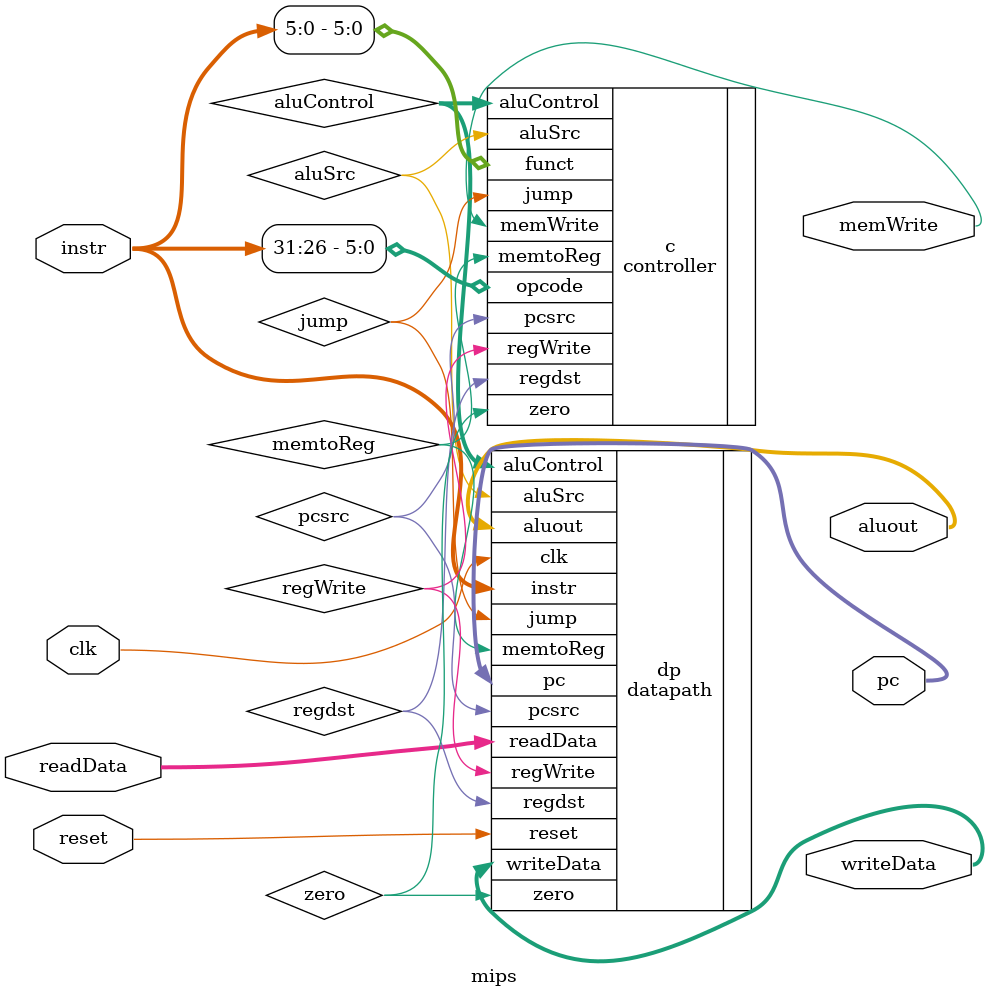
<source format=v>
module mips(
  input clk, reset,
  input [31:0] instr,
  input [31:0] readData,
  output [31:0] pc,
  output [31:0] aluout,
  output [31:0] writeData,
  output memWrite
);

wire [3:0] aluControl;
wire regWrite, aluSrc, jump, memtoReg, pcsrc, regdst;

controller c(
  .opcode(instr[31:26]),
  .funct(instr[5:0]),
  .zero(zero),
  .aluControl(aluControl),
  .memWrite(memWrite),
  .regWrite(regWrite),
  .aluSrc(aluSrc),
  .jump(jump),
  .memtoReg(memtoReg),
  .pcsrc(pcsrc),
  .regdst(regdst)
);

datapath dp(
  .clk(clk),
  .reset(reset),
  .instr(instr),
  .readData(readData),
  .regWrite(regWrite),
  .aluSrc(aluSrc),
  .jump(jump),
  .memtoReg(memtoReg),
  .pcsrc(pcsrc),
  .regdst(regdst),
  .pc(pc),
  .aluout(aluout),
  .writeData(writeData),
  .zero(zero),
  .aluControl(aluControl)
);

endmodule
</source>
